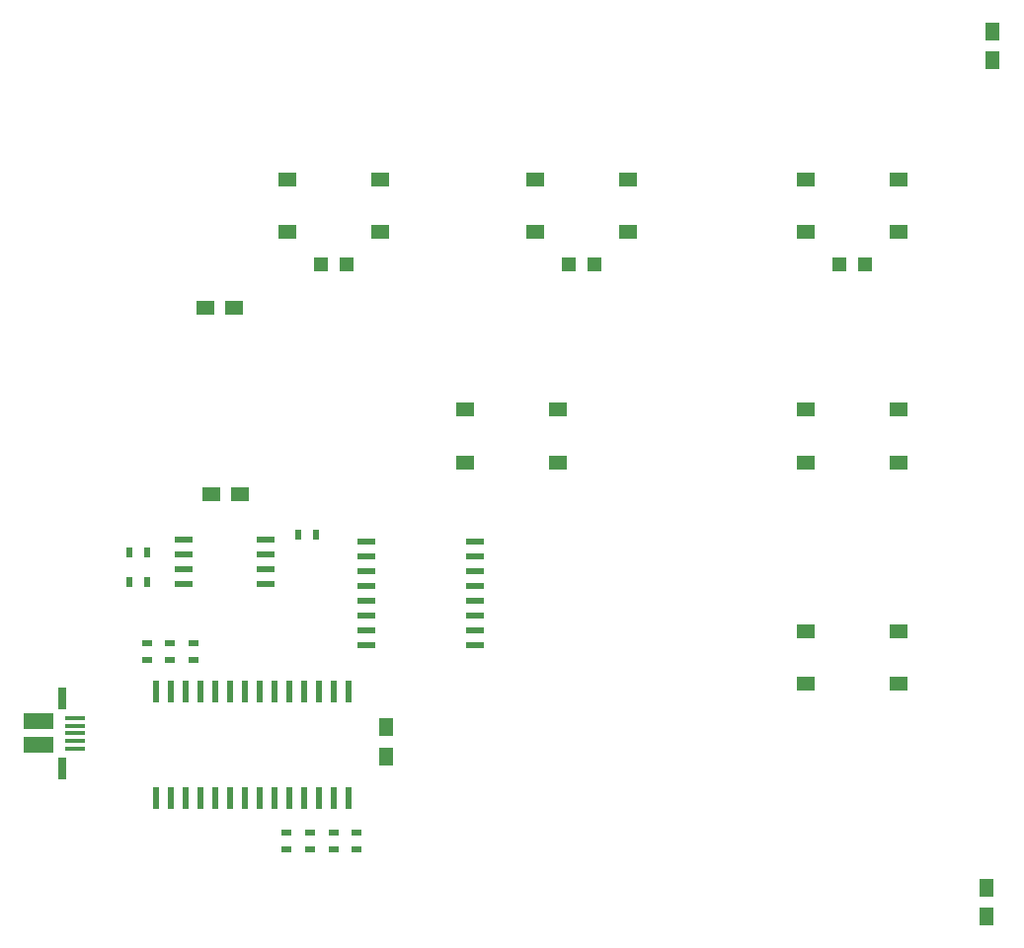
<source format=gbr>
G04 #@! TF.GenerationSoftware,KiCad,Pcbnew,(5.0.0)*
G04 #@! TF.CreationDate,2020-11-19T16:59:29-05:00*
G04 #@! TF.ProjectId,WS2812B Mini Clock,57533238313242204D696E6920436C6F,rev?*
G04 #@! TF.SameCoordinates,Original*
G04 #@! TF.FileFunction,Paste,Bot*
G04 #@! TF.FilePolarity,Positive*
%FSLAX46Y46*%
G04 Gerber Fmt 4.6, Leading zero omitted, Abs format (unit mm)*
G04 Created by KiCad (PCBNEW (5.0.0)) date 11/19/20 16:59:29*
%MOMM*%
%LPD*%
G01*
G04 APERTURE LIST*
%ADD10R,2.500000X1.425000*%
%ADD11R,0.700000X1.825000*%
%ADD12R,1.750000X0.400000*%
%ADD13R,1.550000X0.600000*%
%ADD14R,1.250000X1.500000*%
%ADD15R,1.500000X1.250000*%
%ADD16R,0.500000X0.900000*%
%ADD17R,1.500000X0.600000*%
%ADD18R,1.200000X1.200000*%
%ADD19R,0.900000X0.500000*%
%ADD20R,1.550000X1.300000*%
%ADD21R,0.600000X1.910000*%
G04 APERTURE END LIST*
D10*
G04 #@! TO.C,USB1*
X46750000Y-127000000D03*
D11*
X48710000Y-123010000D03*
D12*
X49825000Y-124700000D03*
X49825000Y-125350000D03*
X49825000Y-126000000D03*
X49825000Y-126650000D03*
X49825000Y-127300000D03*
D11*
X48710000Y-128990000D03*
D10*
X46750000Y-125000000D03*
G04 #@! TD*
D13*
G04 #@! TO.C,MCU1*
X59150000Y-109350000D03*
X59150000Y-110615000D03*
X59150000Y-111885000D03*
X59150000Y-113155000D03*
X66150000Y-113155000D03*
X66150000Y-111885000D03*
X66150000Y-110615000D03*
X66150000Y-109345000D03*
G04 #@! TD*
D14*
G04 #@! TO.C,C3*
X128000000Y-139250000D03*
X128000000Y-141750000D03*
G04 #@! TD*
G04 #@! TO.C,C4*
X76500000Y-128000000D03*
X76500000Y-125500000D03*
G04 #@! TD*
D15*
G04 #@! TO.C,C5*
X63500000Y-89500000D03*
X61000000Y-89500000D03*
G04 #@! TD*
D14*
G04 #@! TO.C,C6*
X128500000Y-68250000D03*
X128500000Y-65750000D03*
G04 #@! TD*
D15*
G04 #@! TO.C,C7*
X61500000Y-105500000D03*
X64000000Y-105500000D03*
G04 #@! TD*
D16*
G04 #@! TO.C,R1*
X70500000Y-109000000D03*
X69000000Y-109000000D03*
G04 #@! TD*
G04 #@! TO.C,R2*
X54500000Y-113000000D03*
X56000000Y-113000000D03*
G04 #@! TD*
D17*
G04 #@! TO.C,U25*
X84150000Y-109555000D03*
X84150000Y-110825000D03*
X84150000Y-112095000D03*
X84150000Y-113365000D03*
X84150000Y-114635000D03*
X84150000Y-115905000D03*
X84150000Y-117175000D03*
X84150000Y-118445000D03*
X74850000Y-118445000D03*
X74850000Y-117175000D03*
X74850000Y-115905000D03*
X74850000Y-114635000D03*
X74850000Y-113365000D03*
X74850000Y-112095000D03*
X74850000Y-110825000D03*
X74850000Y-109555000D03*
G04 #@! TD*
D16*
G04 #@! TO.C,R3*
X54500000Y-110500000D03*
X56000000Y-110500000D03*
G04 #@! TD*
D18*
G04 #@! TO.C,D1*
X73100000Y-85750000D03*
X70900000Y-85750000D03*
G04 #@! TD*
G04 #@! TO.C,D2*
X117600000Y-85750000D03*
X115400000Y-85750000D03*
G04 #@! TD*
G04 #@! TO.C,D3*
X94350000Y-85750000D03*
X92150000Y-85750000D03*
G04 #@! TD*
D19*
G04 #@! TO.C,R4*
X74000000Y-134500000D03*
X74000000Y-136000000D03*
G04 #@! TD*
G04 #@! TO.C,R5*
X72000000Y-134500000D03*
X72000000Y-136000000D03*
G04 #@! TD*
G04 #@! TO.C,R6*
X70000000Y-134500000D03*
X70000000Y-136000000D03*
G04 #@! TD*
G04 #@! TO.C,R7*
X68000000Y-134500000D03*
X68000000Y-136000000D03*
G04 #@! TD*
G04 #@! TO.C,R8*
X56000000Y-118250000D03*
X56000000Y-119750000D03*
G04 #@! TD*
G04 #@! TO.C,R9*
X58000000Y-118250000D03*
X58000000Y-119750000D03*
G04 #@! TD*
G04 #@! TO.C,R10*
X60000000Y-118250000D03*
X60000000Y-119750000D03*
G04 #@! TD*
D20*
G04 #@! TO.C,SW0*
X68025000Y-83000000D03*
X75975000Y-83000000D03*
X68025000Y-78500000D03*
X75975000Y-78500000D03*
G04 #@! TD*
G04 #@! TO.C,SW1*
X112525000Y-83000000D03*
X120475000Y-83000000D03*
X112525000Y-78500000D03*
X120475000Y-78500000D03*
G04 #@! TD*
G04 #@! TO.C,SW2*
X89275000Y-83000000D03*
X97225000Y-83000000D03*
X89275000Y-78500000D03*
X97225000Y-78500000D03*
G04 #@! TD*
G04 #@! TO.C,SW3*
X83275000Y-102750000D03*
X91225000Y-102750000D03*
X83275000Y-98250000D03*
X91225000Y-98250000D03*
G04 #@! TD*
G04 #@! TO.C,SW4*
X112525000Y-102750000D03*
X120475000Y-102750000D03*
X112525000Y-98250000D03*
X120475000Y-98250000D03*
G04 #@! TD*
G04 #@! TO.C,SW5*
X112525000Y-121750000D03*
X120475000Y-121750000D03*
X112525000Y-117250000D03*
X120475000Y-117250000D03*
G04 #@! TD*
D21*
G04 #@! TO.C,U26*
X56745000Y-131610000D03*
X58015000Y-131610000D03*
X59285000Y-131610000D03*
X60555000Y-131610000D03*
X61825000Y-131610000D03*
X63095000Y-131610000D03*
X64365000Y-131610000D03*
X65635000Y-131610000D03*
X66905000Y-131610000D03*
X68175000Y-131610000D03*
X69445000Y-131610000D03*
X70715000Y-131610000D03*
X71985000Y-131610000D03*
X73255000Y-131610000D03*
X73255000Y-122390000D03*
X71985000Y-122390000D03*
X70715000Y-122390000D03*
X69445000Y-122390000D03*
X68175000Y-122390000D03*
X66905000Y-122390000D03*
X65635000Y-122390000D03*
X64365000Y-122390000D03*
X63095000Y-122390000D03*
X61825000Y-122390000D03*
X60555000Y-122390000D03*
X59285000Y-122390000D03*
X58015000Y-122390000D03*
X56745000Y-122390000D03*
G04 #@! TD*
M02*

</source>
